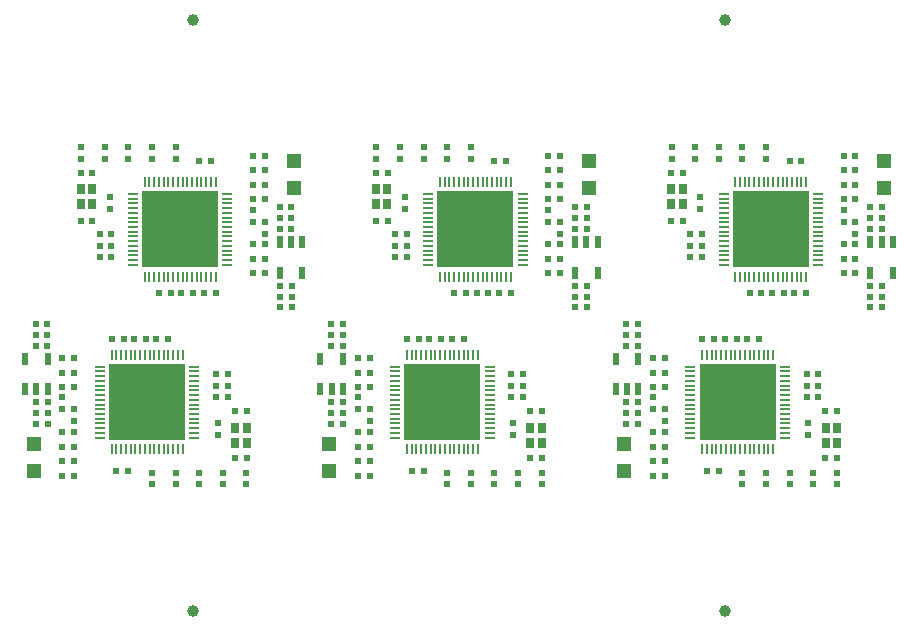
<source format=gbp>
G04*
G04 #@! TF.GenerationSoftware,Altium Limited,Altium Designer,21.1.0 (24)*
G04*
G04 Layer_Color=128*
%FSLAX25Y25*%
%MOIN*%
G70*
G04*
G04 #@! TF.SameCoordinates,E17B2B31-19E6-4FC6-9C55-F749E7A6AAE1*
G04*
G04*
G04 #@! TF.FilePolarity,Positive*
G04*
G01*
G75*
%ADD10C,0.03937*%
%ADD13R,0.02362X0.01968*%
%ADD21R,0.01968X0.02362*%
%ADD27R,0.05000X0.05000*%
%ADD28R,0.03051X0.03445*%
%ADD29R,0.00984X0.03347*%
%ADD30R,0.03347X0.00984*%
%ADD31R,0.25591X0.25591*%
%ADD32R,0.02165X0.03937*%
D10*
X236221Y39369D02*
D03*
X59055D02*
D03*
Y236221D02*
D03*
X236221Y236220D02*
D03*
D13*
X230316Y86204D02*
D03*
X234253D02*
D03*
X240168Y130198D02*
D03*
X236231D02*
D03*
X232730D02*
D03*
X228793D02*
D03*
X247597D02*
D03*
X243660D02*
D03*
X203375Y127745D02*
D03*
X207312D02*
D03*
X207417Y101692D02*
D03*
Y105342D02*
D03*
Y108991D02*
D03*
X269794Y90366D02*
D03*
X273731D02*
D03*
Y106114D02*
D03*
X269794D02*
D03*
X267440Y118356D02*
D03*
X263503D02*
D03*
Y114509D02*
D03*
X267440D02*
D03*
X207312Y131383D02*
D03*
X203375D02*
D03*
X207312Y134986D02*
D03*
X203375D02*
D03*
X203480Y108991D02*
D03*
Y105342D02*
D03*
Y101692D02*
D03*
X216261Y84449D02*
D03*
X212324D02*
D03*
X212324Y89282D02*
D03*
X216261D02*
D03*
X212324Y94095D02*
D03*
X216261D02*
D03*
X212324Y98937D02*
D03*
X216261D02*
D03*
X263503Y110651D02*
D03*
X267440D02*
D03*
X212324Y113946D02*
D03*
X216261D02*
D03*
X212324Y118750D02*
D03*
X216261D02*
D03*
X212324Y123565D02*
D03*
X216261D02*
D03*
X131891Y86204D02*
D03*
X135828D02*
D03*
X141743Y130198D02*
D03*
X137806D02*
D03*
X134305D02*
D03*
X130368D02*
D03*
X149172D02*
D03*
X145235D02*
D03*
X104949Y127745D02*
D03*
X108886D02*
D03*
X108992Y101692D02*
D03*
Y105342D02*
D03*
Y108991D02*
D03*
X171369Y90366D02*
D03*
X175306D02*
D03*
Y106114D02*
D03*
X171369D02*
D03*
X169015Y118356D02*
D03*
X165078D02*
D03*
Y114509D02*
D03*
X169015D02*
D03*
X108886Y131383D02*
D03*
X104949D02*
D03*
X108886Y134986D02*
D03*
X104949D02*
D03*
X105055Y108991D02*
D03*
Y105342D02*
D03*
Y101692D02*
D03*
X117835Y84449D02*
D03*
X113899D02*
D03*
X113899Y89282D02*
D03*
X117835D02*
D03*
X113899Y94095D02*
D03*
X117835D02*
D03*
X113899Y98937D02*
D03*
X117835D02*
D03*
X165078Y110651D02*
D03*
X169015D02*
D03*
X113899Y113946D02*
D03*
X117835D02*
D03*
X113899Y118750D02*
D03*
X117835D02*
D03*
X113899Y123565D02*
D03*
X117835D02*
D03*
X33465Y86204D02*
D03*
X37402D02*
D03*
X43318Y130198D02*
D03*
X39381D02*
D03*
X35880D02*
D03*
X31943D02*
D03*
X50746D02*
D03*
X46809D02*
D03*
X6524Y127745D02*
D03*
X10461D02*
D03*
X10566Y101692D02*
D03*
Y105342D02*
D03*
Y108991D02*
D03*
X72944Y90366D02*
D03*
X76881D02*
D03*
Y106114D02*
D03*
X72944D02*
D03*
X70590Y118356D02*
D03*
X66653D02*
D03*
Y114509D02*
D03*
X70590D02*
D03*
X10461Y131383D02*
D03*
X6524D02*
D03*
X10461Y134986D02*
D03*
X6524D02*
D03*
X6629Y108991D02*
D03*
Y105342D02*
D03*
Y101692D02*
D03*
X19410Y84449D02*
D03*
X15473D02*
D03*
X15473Y89282D02*
D03*
X19410D02*
D03*
X15473Y94095D02*
D03*
X19410D02*
D03*
X15473Y98937D02*
D03*
X19410D02*
D03*
X66653Y110651D02*
D03*
X70590D02*
D03*
X15473Y113946D02*
D03*
X19410D02*
D03*
X15473Y118750D02*
D03*
X19410D02*
D03*
X15473Y123565D02*
D03*
X19410D02*
D03*
X64961Y189386D02*
D03*
X61024D02*
D03*
X55109Y145393D02*
D03*
X59046D02*
D03*
X62547D02*
D03*
X66484D02*
D03*
X47680D02*
D03*
X51617D02*
D03*
X91903Y147846D02*
D03*
X87966D02*
D03*
X87860Y173899D02*
D03*
Y170249D02*
D03*
Y166599D02*
D03*
X25483Y185225D02*
D03*
X21546D02*
D03*
Y169477D02*
D03*
X25483D02*
D03*
X27837Y157235D02*
D03*
X31774D02*
D03*
Y161081D02*
D03*
X27837D02*
D03*
X87966Y144208D02*
D03*
X91903D02*
D03*
X87966Y140604D02*
D03*
X91903D02*
D03*
X91797Y166599D02*
D03*
Y170249D02*
D03*
Y173899D02*
D03*
X79016Y191142D02*
D03*
X82953D02*
D03*
X82953Y186309D02*
D03*
X79016D02*
D03*
X82953Y181496D02*
D03*
X79016D02*
D03*
X82953Y176654D02*
D03*
X79016D02*
D03*
X31774Y164939D02*
D03*
X27837D02*
D03*
X82953Y161644D02*
D03*
X79016D02*
D03*
X82953Y156841D02*
D03*
X79016D02*
D03*
X82953Y152026D02*
D03*
X79016D02*
D03*
X163387Y189386D02*
D03*
X159450D02*
D03*
X153534Y145393D02*
D03*
X157471D02*
D03*
X160972D02*
D03*
X164909D02*
D03*
X146106D02*
D03*
X150042D02*
D03*
X190328Y147846D02*
D03*
X186391D02*
D03*
X186285Y173899D02*
D03*
Y170249D02*
D03*
Y166599D02*
D03*
X123908Y185225D02*
D03*
X119971D02*
D03*
Y169477D02*
D03*
X123908D02*
D03*
X126262Y157235D02*
D03*
X130200D02*
D03*
Y161081D02*
D03*
X126262D02*
D03*
X186391Y144208D02*
D03*
X190328D02*
D03*
X186391Y140604D02*
D03*
X190328D02*
D03*
X190222Y166599D02*
D03*
Y170249D02*
D03*
Y173899D02*
D03*
X177442Y191142D02*
D03*
X181379D02*
D03*
X181379Y186309D02*
D03*
X177442D02*
D03*
X181379Y181496D02*
D03*
X177442D02*
D03*
X181379Y176654D02*
D03*
X177442D02*
D03*
X130200Y164939D02*
D03*
X126262D02*
D03*
X181379Y161644D02*
D03*
X177442D02*
D03*
X181379Y156841D02*
D03*
X177442D02*
D03*
X181379Y152026D02*
D03*
X177442D02*
D03*
X261812Y189386D02*
D03*
X257875D02*
D03*
X251960Y145393D02*
D03*
X255897D02*
D03*
X259397D02*
D03*
X263334D02*
D03*
X244531D02*
D03*
X248468D02*
D03*
X288753Y147846D02*
D03*
X284816D02*
D03*
X284711Y173899D02*
D03*
Y170249D02*
D03*
Y166599D02*
D03*
X222333Y185225D02*
D03*
X218396D02*
D03*
Y169477D02*
D03*
X222333D02*
D03*
X224688Y157235D02*
D03*
X228625D02*
D03*
Y161081D02*
D03*
X224688D02*
D03*
X284816Y144208D02*
D03*
X288753D02*
D03*
X284816Y140604D02*
D03*
X288753D02*
D03*
X288648Y166599D02*
D03*
Y170249D02*
D03*
Y173899D02*
D03*
X275867Y191142D02*
D03*
X279804D02*
D03*
X279804Y186309D02*
D03*
X275867D02*
D03*
X279804Y181496D02*
D03*
X275867D02*
D03*
X279804Y176654D02*
D03*
X275867D02*
D03*
X228625Y164939D02*
D03*
X224688D02*
D03*
X279804Y161644D02*
D03*
X275867D02*
D03*
X279804Y156841D02*
D03*
X275867D02*
D03*
X279804Y152026D02*
D03*
X275867D02*
D03*
D21*
X273623Y81559D02*
D03*
Y85496D02*
D03*
X265749Y81559D02*
D03*
Y85496D02*
D03*
X257875Y81559D02*
D03*
Y85496D02*
D03*
X250001Y81559D02*
D03*
Y85496D02*
D03*
X242127Y81559D02*
D03*
Y85496D02*
D03*
X264126Y98204D02*
D03*
Y102141D02*
D03*
X216261Y106635D02*
D03*
Y102699D02*
D03*
X212324Y106635D02*
D03*
Y110573D02*
D03*
X175198Y81559D02*
D03*
Y85496D02*
D03*
X167324Y81559D02*
D03*
Y85496D02*
D03*
X159450Y81559D02*
D03*
Y85496D02*
D03*
X151576Y81559D02*
D03*
Y85496D02*
D03*
X143702Y81559D02*
D03*
Y85496D02*
D03*
X165700Y98204D02*
D03*
Y102141D02*
D03*
X117835Y106635D02*
D03*
Y102699D02*
D03*
X113899Y106635D02*
D03*
Y110573D02*
D03*
X76772Y81559D02*
D03*
Y85496D02*
D03*
X68898Y81559D02*
D03*
Y85496D02*
D03*
X61024Y81559D02*
D03*
Y85496D02*
D03*
X53150Y81559D02*
D03*
Y85496D02*
D03*
X45276Y81559D02*
D03*
Y85496D02*
D03*
X67275Y98204D02*
D03*
Y102141D02*
D03*
X19410Y106635D02*
D03*
Y102699D02*
D03*
X15473Y106635D02*
D03*
Y110573D02*
D03*
X21654Y194032D02*
D03*
Y190095D02*
D03*
X29528Y194032D02*
D03*
Y190095D02*
D03*
X37402Y194032D02*
D03*
Y190095D02*
D03*
X45276Y194032D02*
D03*
Y190095D02*
D03*
X53150Y194032D02*
D03*
Y190095D02*
D03*
X31152Y177387D02*
D03*
Y173450D02*
D03*
X79016Y168955D02*
D03*
Y172892D02*
D03*
X82953Y168955D02*
D03*
Y165018D02*
D03*
X120080Y194032D02*
D03*
Y190095D02*
D03*
X127954Y194032D02*
D03*
Y190095D02*
D03*
X135828Y194032D02*
D03*
Y190095D02*
D03*
X143702Y194032D02*
D03*
Y190095D02*
D03*
X151576Y194032D02*
D03*
Y190095D02*
D03*
X129577Y177387D02*
D03*
Y173450D02*
D03*
X177442Y168955D02*
D03*
Y172892D02*
D03*
X181379Y168955D02*
D03*
Y165018D02*
D03*
X218505Y194032D02*
D03*
Y190095D02*
D03*
X226379Y194032D02*
D03*
Y190095D02*
D03*
X234253Y194032D02*
D03*
Y190095D02*
D03*
X242127Y194032D02*
D03*
Y190095D02*
D03*
X250001Y194032D02*
D03*
Y190095D02*
D03*
X228002Y177387D02*
D03*
Y173450D02*
D03*
X275867Y168955D02*
D03*
Y172892D02*
D03*
X279804Y168955D02*
D03*
Y165018D02*
D03*
D27*
X202757Y95055D02*
D03*
Y86055D02*
D03*
X104332Y95055D02*
D03*
Y86055D02*
D03*
X5906Y95055D02*
D03*
Y86055D02*
D03*
X92520Y180535D02*
D03*
Y189535D02*
D03*
X190946Y180535D02*
D03*
Y189535D02*
D03*
X289371Y180535D02*
D03*
Y189535D02*
D03*
D28*
X273731Y95474D02*
D03*
X269893Y100494D02*
D03*
X273731D02*
D03*
X269893Y95474D02*
D03*
X175306D02*
D03*
X171468Y100494D02*
D03*
X175306D02*
D03*
X171468Y95474D02*
D03*
X76881D02*
D03*
X73042Y100494D02*
D03*
X76881D02*
D03*
X73042Y95474D02*
D03*
X21546Y180116D02*
D03*
X25384Y175097D02*
D03*
X21546D02*
D03*
X25384Y180116D02*
D03*
X119971D02*
D03*
X123810Y175097D02*
D03*
X119971D02*
D03*
X123810Y180116D02*
D03*
X218396D02*
D03*
X222235Y175097D02*
D03*
X218396D02*
D03*
X222235Y180116D02*
D03*
D29*
X228747Y124746D02*
D03*
X230322D02*
D03*
X231897D02*
D03*
X233471D02*
D03*
X235046D02*
D03*
X236621D02*
D03*
X238196D02*
D03*
X239771D02*
D03*
X241345D02*
D03*
X242920D02*
D03*
X244495D02*
D03*
X246070D02*
D03*
X247645D02*
D03*
X249219D02*
D03*
X250794D02*
D03*
X252369D02*
D03*
X228747Y93250D02*
D03*
X230322D02*
D03*
X231897D02*
D03*
X233471D02*
D03*
X235046D02*
D03*
X236621D02*
D03*
X238196D02*
D03*
X239771D02*
D03*
X241345D02*
D03*
X242920D02*
D03*
X244495D02*
D03*
X246070D02*
D03*
X247645D02*
D03*
X249219D02*
D03*
X250794D02*
D03*
X252369D02*
D03*
X130322Y124746D02*
D03*
X131897D02*
D03*
X133471D02*
D03*
X135046D02*
D03*
X136621D02*
D03*
X138196D02*
D03*
X139771D02*
D03*
X141345D02*
D03*
X142920D02*
D03*
X144495D02*
D03*
X146070D02*
D03*
X147645D02*
D03*
X149219D02*
D03*
X150794D02*
D03*
X152369D02*
D03*
X153944D02*
D03*
X130322Y93250D02*
D03*
X131897D02*
D03*
X133471D02*
D03*
X135046D02*
D03*
X136621D02*
D03*
X138196D02*
D03*
X139771D02*
D03*
X141345D02*
D03*
X142920D02*
D03*
X144495D02*
D03*
X146070D02*
D03*
X147645D02*
D03*
X149219D02*
D03*
X150794D02*
D03*
X152369D02*
D03*
X153944D02*
D03*
X31897Y124746D02*
D03*
X33471D02*
D03*
X35046D02*
D03*
X36621D02*
D03*
X38196D02*
D03*
X39771D02*
D03*
X41345D02*
D03*
X42920D02*
D03*
X44495D02*
D03*
X46070D02*
D03*
X47645D02*
D03*
X49219D02*
D03*
X50794D02*
D03*
X52369D02*
D03*
X53944D02*
D03*
X55519D02*
D03*
X31897Y93250D02*
D03*
X33471D02*
D03*
X35046D02*
D03*
X36621D02*
D03*
X38196D02*
D03*
X39771D02*
D03*
X41345D02*
D03*
X42920D02*
D03*
X44495D02*
D03*
X46070D02*
D03*
X47645D02*
D03*
X49219D02*
D03*
X50794D02*
D03*
X52369D02*
D03*
X53944D02*
D03*
X55519D02*
D03*
X66530Y150845D02*
D03*
X64955D02*
D03*
X63381D02*
D03*
X61806D02*
D03*
X60231D02*
D03*
X58656D02*
D03*
X57081D02*
D03*
X55507D02*
D03*
X53932D02*
D03*
X52357D02*
D03*
X50782D02*
D03*
X49207D02*
D03*
X47633D02*
D03*
X46058D02*
D03*
X44483D02*
D03*
X42908D02*
D03*
X66530Y182341D02*
D03*
X64955D02*
D03*
X63381D02*
D03*
X61806D02*
D03*
X60231D02*
D03*
X58656D02*
D03*
X57081D02*
D03*
X55507D02*
D03*
X53932D02*
D03*
X52357D02*
D03*
X50782D02*
D03*
X49207D02*
D03*
X47633D02*
D03*
X46058D02*
D03*
X44483D02*
D03*
X42908D02*
D03*
X164955Y150845D02*
D03*
X163381D02*
D03*
X161806D02*
D03*
X160231D02*
D03*
X158656D02*
D03*
X157081D02*
D03*
X155507D02*
D03*
X153932D02*
D03*
X152357D02*
D03*
X150782D02*
D03*
X149207D02*
D03*
X147633D02*
D03*
X146058D02*
D03*
X144483D02*
D03*
X142908D02*
D03*
X141333D02*
D03*
X164955Y182341D02*
D03*
X163381D02*
D03*
X161806D02*
D03*
X160231D02*
D03*
X158656D02*
D03*
X157081D02*
D03*
X155507D02*
D03*
X153932D02*
D03*
X152357D02*
D03*
X150782D02*
D03*
X149207D02*
D03*
X147633D02*
D03*
X146058D02*
D03*
X144483D02*
D03*
X142908D02*
D03*
X141333D02*
D03*
X263381Y150845D02*
D03*
X261806D02*
D03*
X260231D02*
D03*
X258656D02*
D03*
X257081D02*
D03*
X255507D02*
D03*
X253932D02*
D03*
X252357D02*
D03*
X250782D02*
D03*
X249207D02*
D03*
X247633D02*
D03*
X246058D02*
D03*
X244483D02*
D03*
X242908D02*
D03*
X241333D02*
D03*
X239759D02*
D03*
X263381Y182341D02*
D03*
X261806D02*
D03*
X260231D02*
D03*
X258656D02*
D03*
X257081D02*
D03*
X255507D02*
D03*
X253932D02*
D03*
X252357D02*
D03*
X250782D02*
D03*
X249207D02*
D03*
X247633D02*
D03*
X246058D02*
D03*
X244483D02*
D03*
X242908D02*
D03*
X241333D02*
D03*
X239759D02*
D03*
D30*
X224810Y120809D02*
D03*
Y119234D02*
D03*
Y117659D02*
D03*
Y116084D02*
D03*
Y114509D02*
D03*
Y112935D02*
D03*
Y111360D02*
D03*
Y109785D02*
D03*
Y108210D02*
D03*
Y106635D02*
D03*
Y105061D02*
D03*
Y103486D02*
D03*
Y101911D02*
D03*
Y100336D02*
D03*
Y98761D02*
D03*
Y97187D02*
D03*
X256306D02*
D03*
Y98761D02*
D03*
Y100336D02*
D03*
Y101911D02*
D03*
Y103486D02*
D03*
Y105061D02*
D03*
Y106635D02*
D03*
Y108210D02*
D03*
Y109785D02*
D03*
Y111360D02*
D03*
Y112935D02*
D03*
Y114509D02*
D03*
Y116084D02*
D03*
Y117659D02*
D03*
Y119234D02*
D03*
Y120809D02*
D03*
X126385D02*
D03*
Y119234D02*
D03*
Y117659D02*
D03*
Y116084D02*
D03*
Y114509D02*
D03*
Y112935D02*
D03*
Y111360D02*
D03*
Y109785D02*
D03*
Y108210D02*
D03*
Y106635D02*
D03*
Y105061D02*
D03*
Y103486D02*
D03*
Y101911D02*
D03*
Y100336D02*
D03*
Y98761D02*
D03*
Y97187D02*
D03*
X157881D02*
D03*
Y98761D02*
D03*
Y100336D02*
D03*
Y101911D02*
D03*
Y103486D02*
D03*
Y105061D02*
D03*
Y106635D02*
D03*
Y108210D02*
D03*
Y109785D02*
D03*
Y111360D02*
D03*
Y112935D02*
D03*
Y114509D02*
D03*
Y116084D02*
D03*
Y117659D02*
D03*
Y119234D02*
D03*
Y120809D02*
D03*
X27960D02*
D03*
Y119234D02*
D03*
Y117659D02*
D03*
Y116084D02*
D03*
Y114509D02*
D03*
Y112935D02*
D03*
Y111360D02*
D03*
Y109785D02*
D03*
Y108210D02*
D03*
Y106635D02*
D03*
Y105061D02*
D03*
Y103486D02*
D03*
Y101911D02*
D03*
Y100336D02*
D03*
Y98761D02*
D03*
Y97187D02*
D03*
X59456D02*
D03*
Y98761D02*
D03*
Y100336D02*
D03*
Y101911D02*
D03*
Y103486D02*
D03*
Y105061D02*
D03*
Y106635D02*
D03*
Y108210D02*
D03*
Y109785D02*
D03*
Y111360D02*
D03*
Y112935D02*
D03*
Y114509D02*
D03*
Y116084D02*
D03*
Y117659D02*
D03*
Y119234D02*
D03*
Y120809D02*
D03*
X70467Y154782D02*
D03*
Y156357D02*
D03*
Y157931D02*
D03*
Y159506D02*
D03*
Y161081D02*
D03*
Y162656D02*
D03*
Y164231D02*
D03*
Y165805D02*
D03*
Y167380D02*
D03*
Y168955D02*
D03*
Y170530D02*
D03*
Y172105D02*
D03*
Y173679D02*
D03*
Y175254D02*
D03*
Y176829D02*
D03*
Y178404D02*
D03*
X38971D02*
D03*
Y176829D02*
D03*
Y175254D02*
D03*
Y173679D02*
D03*
Y172105D02*
D03*
Y170530D02*
D03*
Y168955D02*
D03*
Y167380D02*
D03*
Y165805D02*
D03*
Y164231D02*
D03*
Y162656D02*
D03*
Y161081D02*
D03*
Y159506D02*
D03*
Y157931D02*
D03*
Y156357D02*
D03*
Y154782D02*
D03*
X168892D02*
D03*
Y156357D02*
D03*
Y157931D02*
D03*
Y159506D02*
D03*
Y161081D02*
D03*
Y162656D02*
D03*
Y164231D02*
D03*
Y165805D02*
D03*
Y167380D02*
D03*
Y168955D02*
D03*
Y170530D02*
D03*
Y172105D02*
D03*
Y173679D02*
D03*
Y175254D02*
D03*
Y176829D02*
D03*
Y178404D02*
D03*
X137396D02*
D03*
Y176829D02*
D03*
Y175254D02*
D03*
Y173679D02*
D03*
Y172105D02*
D03*
Y170530D02*
D03*
Y168955D02*
D03*
Y167380D02*
D03*
Y165805D02*
D03*
Y164231D02*
D03*
Y162656D02*
D03*
Y161081D02*
D03*
Y159506D02*
D03*
Y157931D02*
D03*
Y156357D02*
D03*
Y154782D02*
D03*
X267318D02*
D03*
Y156357D02*
D03*
Y157931D02*
D03*
Y159506D02*
D03*
Y161081D02*
D03*
Y162656D02*
D03*
Y164231D02*
D03*
Y165805D02*
D03*
Y167380D02*
D03*
Y168955D02*
D03*
Y170530D02*
D03*
Y172105D02*
D03*
Y173679D02*
D03*
Y175254D02*
D03*
Y176829D02*
D03*
Y178404D02*
D03*
X235822D02*
D03*
Y176829D02*
D03*
Y175254D02*
D03*
Y173679D02*
D03*
Y172105D02*
D03*
Y170530D02*
D03*
Y168955D02*
D03*
Y167380D02*
D03*
Y165805D02*
D03*
Y164231D02*
D03*
Y162656D02*
D03*
Y161081D02*
D03*
Y159506D02*
D03*
Y157931D02*
D03*
Y156357D02*
D03*
Y154782D02*
D03*
D31*
X240558Y108998D02*
D03*
X142133D02*
D03*
X43708D02*
D03*
X54719Y166593D02*
D03*
X153144D02*
D03*
X251570D02*
D03*
D32*
X199871Y123512D02*
D03*
X207351D02*
D03*
X203611Y113276D02*
D03*
X207351D02*
D03*
X199871D02*
D03*
X101445Y123512D02*
D03*
X108926D02*
D03*
X105186Y113276D02*
D03*
X108926D02*
D03*
X101445D02*
D03*
X3020Y123512D02*
D03*
X10501D02*
D03*
X6761Y113276D02*
D03*
X10501D02*
D03*
X3020D02*
D03*
X95406Y152079D02*
D03*
X87926D02*
D03*
X91666Y162315D02*
D03*
X87926D02*
D03*
X95406D02*
D03*
X193832Y152079D02*
D03*
X186351D02*
D03*
X190092Y162315D02*
D03*
X186351D02*
D03*
X193832D02*
D03*
X292257Y152079D02*
D03*
X284776D02*
D03*
X288517Y162315D02*
D03*
X284776D02*
D03*
X292257D02*
D03*
M02*

</source>
